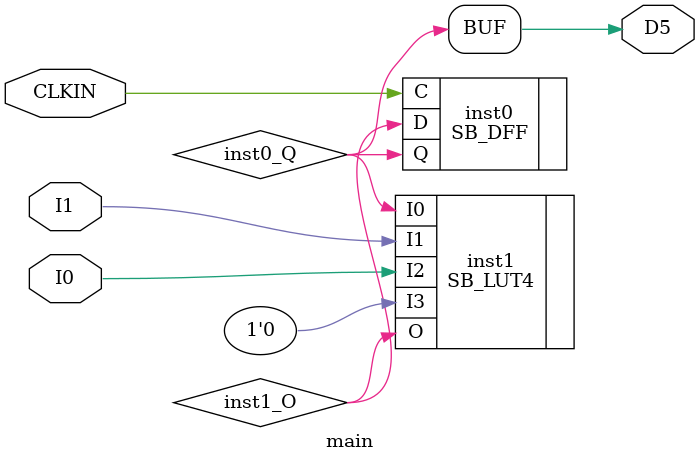
<source format=v>
module main (input  I0, input  I1, output  D5, input  CLKIN);
wire  inst0_Q;
wire  inst1_O;
SB_DFF inst0 (.C(CLKIN), .D(inst1_O), .Q(inst0_Q));
SB_LUT4 #(.LUT_INIT(16'h0E0E)) inst1 (.I0(inst0_Q), .I1(I1), .I2(I0), .I3(1'b0), .O(inst1_O));
assign D5 = inst0_Q;
endmodule


</source>
